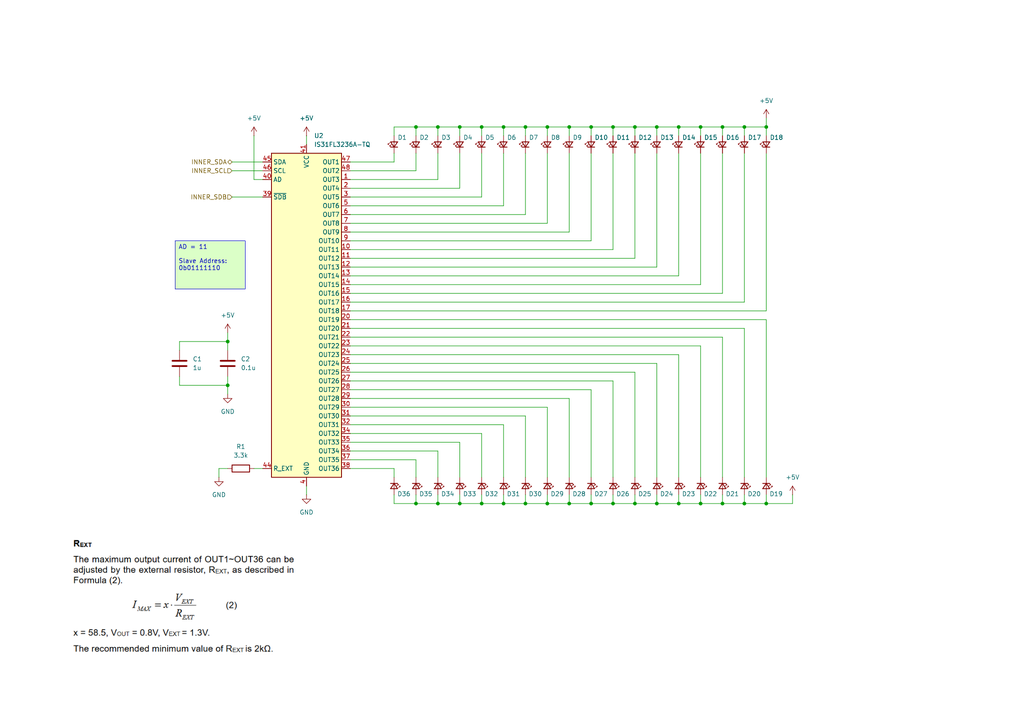
<source format=kicad_sch>
(kicad_sch (version 20231120) (generator "eeschema") (generator_version "8.0")
  (paper "A4")
  (title_block (title "Inner LED Ring") (date "2024-08-30") (rev "Rev001") (company "Aaron & Ryan Shappell") (comment 1 "Clear LEDs"))
  (lib_symbols
    (symbol "Device:C" (pin_numbers hide) (pin_names (offset 0.254))
      (property "Reference" "C" (at 0.635 2.54 0))
      (property "Value" "C" (at 0.635 -2.54 0))
      (symbol "C_0_1"
        (polyline (pts (xy -2.032 -0.762) (xy 2.032 -0.762)) (stroke (width 0.508)))
        (polyline (pts (xy -2.032 0.762) (xy 2.032 0.762)) (stroke (width 0.508)))
      )
      (symbol "C_1_1"
        (pin passive line (at 0 3.81 270) (length 2.794) (name "~") (number "1"))
        (pin passive line (at 0 -3.81 90) (length 2.794) (name "~") (number "2"))
      )
    )
    (symbol "Device:LED_Small" (pin_numbers hide) (pin_names (offset 0.254) hide)
      (property "Reference" "D" (at -1.27 3.175 0))
      (property "Value" "LED_Small" (at -4.445 -2.54 0))
      (symbol "LED_Small_0_1"
        (polyline (pts (xy -0.762 -1.016) (xy -0.762 1.016)) (stroke (width 0.254)))
        (polyline (pts (xy 1.016 0) (xy -0.762 0)))
        (polyline (pts (xy 0.762 -1.016) (xy -0.762 0) (xy 0.762 1.016) (xy 0.762 -1.016)) (stroke (width 0.254)))
        (polyline (pts (xy 0 0.762) (xy -0.508 1.27) (xy -0.254 1.27) (xy -0.508 1.27) (xy -0.508 1.016)))
        (polyline (pts (xy 0.508 1.27) (xy 0 1.778) (xy 0.254 1.778) (xy 0 1.778) (xy 0 1.524)))
      )
      (symbol "LED_Small_1_1"
        (pin passive line (at -2.54 0 0) (length 1.778) (name "K") (number "1"))
        (pin passive line (at 2.54 0 180) (length 1.778) (name "A") (number "2"))
      )
    )
    (symbol "Device:R" (pin_numbers hide) (pin_names (offset 0))
      (property "Reference" "R" (at 2.032 0 90))
      (property "Value" "R" (at 0 0 90))
      (symbol "R_0_1"
        (rectangle (start -1.016 -2.54) (end 1.016 2.54) (stroke (width 0.254)))
      )
      (symbol "R_1_1"
        (pin passive line (at 0 3.81 270) (length 1.27) (name "~") (number "1"))
        (pin passive line (at 0 -3.81 90) (length 1.27) (name "~") (number "2"))
      )
    )
    (symbol "Driver_LED:IS31FL3236A-TQ"
      (property "Reference" "U" (at -8.89 46.99 0))
      (property "Value" "IS31FL3236A-TQ" (at 10.16 46.99 0))
      (symbol "IS31FL3236A-TQ_0_1"
        (rectangle (start -10.16 45.72) (end 10.16 -48.26) (stroke (width 0.254)) (fill (type background)))
      )
      (symbol "IS31FL3236A-TQ_1_1"
        (pin output line (at 12.7 38.1 180) (length 2.54) (name "OUT3") (number "1"))
        (pin output line (at 12.7 17.78 180) (length 2.54) (name "OUT11") (number "10"))
        (pin output line (at 12.7 15.24 180) (length 2.54) (name "OUT12") (number "11"))
        (pin output line (at 12.7 12.7 180) (length 2.54) (name "OUT13") (number "12"))
        (pin output line (at 12.7 10.16 180) (length 2.54) (name "OUT14") (number "13"))
        (pin output line (at 12.7 7.62 180) (length 2.54) (name "OUT15") (number "14"))
        (pin output line (at 12.7 5.08 180) (length 2.54) (name "OUT16") (number "15"))
        (pin output line (at 12.7 2.54 180) (length 2.54) (name "OUT17") (number "16"))
        (pin output line (at 12.7 0 180) (length 2.54) (name "OUT18") (number "17"))
        (pin passive line (at 0 -50.8 90) (length 2.54) hide (name "GND") (number "18"))
        (pin passive line (at 0 -50.8 90) (length 2.54) hide (name "GND") (number "19"))
        (pin output line (at 12.7 35.56 180) (length 2.54) (name "OUT4") (number "2"))
        (pin output line (at 12.7 -2.54 180) (length 2.54) (name "OUT19") (number "20"))
        (pin output line (at 12.7 -5.08 180) (length 2.54) (name "OUT20") (number "21"))
        (pin output line (at 12.7 -7.62 180) (length 2.54) (name "OUT21") (number "22"))
        (pin output line (at 12.7 -10.16 180) (length 2.54) (name "OUT22") (number "23"))
        (pin output line (at 12.7 -12.7 180) (length 2.54) (name "OUT23") (number "24"))
        (pin output line (at 12.7 -15.24 180) (length 2.54) (name "OUT24") (number "25"))
        (pin output line (at 12.7 -17.78 180) (length 2.54) (name "OUT25") (number "26"))
        (pin output line (at 12.7 -20.32 180) (length 2.54) (name "OUT26") (number "27"))
        (pin output line (at 12.7 -22.86 180) (length 2.54) (name "OUT27") (number "28"))
        (pin output line (at 12.7 -25.4 180) (length 2.54) (name "OUT28") (number "29"))
        (pin output line (at 12.7 33.02 180) (length 2.54) (name "OUT5") (number "3"))
        (pin output line (at 12.7 -27.94 180) (length 2.54) (name "OUT29") (number "30"))
        (pin output line (at 12.7 -30.48 180) (length 2.54) (name "OUT30") (number "31"))
        (pin output line (at 12.7 -33.02 180) (length 2.54) (name "OUT31") (number "32"))
        (pin passive line (at 0 -50.8 90) (length 2.54) hide (name "GND") (number "33"))
        (pin output line (at 12.7 -35.56 180) (length 2.54) (name "OUT32") (number "34"))
        (pin output line (at 12.7 -38.1 180) (length 2.54) (name "OUT33") (number "35"))
        (pin output line (at 12.7 -40.64 180) (length 2.54) (name "OUT34") (number "36"))
        (pin output line (at 12.7 -43.18 180) (length 2.54) (name "OUT35") (number "37"))
        (pin output line (at 12.7 -45.72 180) (length 2.54) (name "OUT36") (number "38"))
        (pin input line (at -12.7 33.02 0) (length 2.54) (name "~{SDB}") (number "39"))
        (pin power_in line (at 0 -50.8 90) (length 2.54) (name "GND") (number "4"))
        (pin input line (at -12.7 38.1 0) (length 2.54) (name "AD") (number "40"))
        (pin power_in line (at 0 48.26 270) (length 2.54) (name "VCC") (number "41"))
        (pin passive line (at 0 -50.8 90) (length 2.54) hide (name "GND") (number "42"))
        (pin passive line (at 0 -50.8 90) (length 2.54) hide (name "GND") (number "43"))
        (pin passive line (at -12.7 -45.72 0) (length 2.54) (name "R_EXT") (number "44"))
        (pin open_collector line (at -12.7 43.18 0) (length 2.54) (name "SDA") (number "45"))
        (pin input line (at -12.7 40.64 0) (length 2.54) (name "SCL") (number "46"))
        (pin output line (at 12.7 43.18 180) (length 2.54) (name "OUT1") (number "47"))
        (pin output line (at 12.7 40.64 180) (length 2.54) (name "OUT2") (number "48"))
        (pin passive line (at 0 -50.8 90) (length 2.54) hide (name "GND") (number "49"))
        (pin output line (at 12.7 30.48 180) (length 2.54) (name "OUT6") (number "5"))
        (pin output line (at 12.7 27.94 180) (length 2.54) (name "OUT7") (number "6"))
        (pin output line (at 12.7 25.4 180) (length 2.54) (name "OUT8") (number "7"))
        (pin output line (at 12.7 22.86 180) (length 2.54) (name "OUT9") (number "8"))
        (pin output line (at 12.7 20.32 180) (length 2.54) (name "OUT10") (number "9"))
      )
    )
    (symbol "power:+5V" (power) (pin_numbers hide) (pin_names (offset 0) hide)
      (property "Value" "+5V" (at 0 3.556 0))
      (symbol "+5V_0_1"
        (polyline (pts (xy -0.762 1.27) (xy 0 2.54)))
        (polyline (pts (xy 0 0) (xy 0 2.54)))
        (polyline (pts (xy 0 2.54) (xy 0.762 1.27)))
      )
      (symbol "+5V_1_1"
        (pin power_in line (at 0 0 90) (length 0) (name "~") (number "1"))
      )
    )
    (symbol "power:GND" (power) (pin_numbers hide) (pin_names (offset 0) hide)
      (property "Value" "GND" (at 0 -3.81 0))
      (symbol "GND_0_1"
        (polyline (pts (xy 0 0) (xy 0 -1.27) (xy 1.27 -1.27) (xy 0 -2.54) (xy -1.27 -1.27) (xy 0 -1.27)))
      )
      (symbol "GND_1_1"
        (pin power_in line (at 0 0 270) (length 0) (name "~") (number "1"))
      )
    )
  )
  (junction (at 196.85 36.83))
  (junction (at 165.1 146.05))
  (junction (at 190.5 146.05))
  (junction (at 120.65 146.05))
  (junction (at 184.15 36.83))
  (junction (at 127 36.83))
  (junction (at 209.55 146.05))
  (junction (at 146.05 146.05))
  (junction (at 139.7 146.05))
  (junction (at 171.45 146.05))
  (junction (at 158.75 36.83))
  (junction (at 152.4 146.05))
  (junction (at 133.35 36.83))
  (junction (at 152.4 36.83))
  (junction (at 203.2 146.05))
  (junction (at 146.05 36.83))
  (junction (at 165.1 36.83))
  (junction (at 222.25 36.83))
  (junction (at 139.7 36.83))
  (junction (at 133.35 146.05))
  (junction (at 177.8 36.83))
  (junction (at 190.5 36.83))
  (junction (at 66.04 99.06))
  (junction (at 177.8 146.05))
  (junction (at 209.55 36.83))
  (junction (at 66.04 111.76))
  (junction (at 127 146.05))
  (junction (at 158.75 146.05))
  (junction (at 171.45 36.83))
  (junction (at 196.85 146.05))
  (junction (at 203.2 36.83))
  (junction (at 222.25 146.05))
  (junction (at 215.9 36.83))
  (junction (at 215.9 146.05))
  (junction (at 120.65 36.83))
  (junction (at 184.15 146.05))
  (wire (pts (xy 63.5 135.89) (xy 63.5 138.43)))
  (wire (pts (xy 88.9 39.37) (xy 88.9 41.91)))
  (wire (pts (xy 215.9 138.43) (xy 215.9 95.25)))
  (wire (pts (xy 146.05 36.83) (xy 139.7 36.83)))
  (wire (pts (xy 152.4 62.23) (xy 152.4 44.45)))
  (wire (pts (xy 127 36.83) (xy 120.65 36.83)))
  (wire (pts (xy 190.5 44.45) (xy 190.5 77.47)))
  (wire (pts (xy 152.4 120.65) (xy 152.4 138.43)))
  (wire (pts (xy 63.5 135.89) (xy 66.04 135.89)))
  (wire (pts (xy 158.75 146.05) (xy 152.4 146.05)))
  (wire (pts (xy 177.8 36.83) (xy 171.45 36.83)))
  (wire (pts (xy 165.1 146.05) (xy 165.1 143.51)))
  (wire (pts (xy 165.1 36.83) (xy 158.75 36.83)))
  (wire (pts (xy 177.8 146.05) (xy 171.45 146.05)))
  (wire (pts (xy 165.1 115.57) (xy 165.1 138.43)))
  (wire (pts (xy 222.25 36.83) (xy 222.25 39.37)))
  (wire (pts (xy 101.6 130.81) (xy 127 130.81)))
  (wire (pts (xy 133.35 143.51) (xy 133.35 146.05)))
  (wire (pts (xy 114.3 36.83) (xy 114.3 39.37)))
  (wire (pts (xy 52.07 101.6) (xy 52.07 99.06)))
  (wire (pts (xy 203.2 138.43) (xy 203.2 100.33)))
  (wire (pts (xy 177.8 143.51) (xy 177.8 146.05)))
  (wire (pts (xy 139.7 143.51) (xy 139.7 146.05)))
  (wire (pts (xy 165.1 36.83) (xy 165.1 39.37)))
  (wire (pts (xy 133.35 39.37) (xy 133.35 36.83)))
  (wire (pts (xy 101.6 128.27) (xy 133.35 128.27)))
  (wire (pts (xy 101.6 59.69) (xy 146.05 59.69)))
  (wire (pts (xy 171.45 113.03) (xy 171.45 138.43)))
  (wire (pts (xy 101.6 90.17) (xy 222.25 90.17)))
  (wire (pts (xy 196.85 146.05) (xy 190.5 146.05)))
  (wire (pts (xy 139.7 125.73) (xy 139.7 138.43)))
  (wire (pts (xy 101.6 52.07) (xy 127 52.07)))
  (wire (pts (xy 101.6 64.77) (xy 158.75 64.77)))
  (wire (pts (xy 196.85 102.87) (xy 196.85 138.43)))
  (wire (pts (xy 203.2 39.37) (xy 203.2 36.83)))
  (wire (pts (xy 139.7 146.05) (xy 133.35 146.05)))
  (wire (pts (xy 127 146.05) (xy 127 143.51)))
  (wire (pts (xy 133.35 54.61) (xy 133.35 44.45)))
  (wire (pts (xy 158.75 64.77) (xy 158.75 44.45)))
  (wire (pts (xy 203.2 36.83) (xy 196.85 36.83)))
  (wire (pts (xy 127 52.07) (xy 127 44.45)))
  (wire (pts (xy 139.7 39.37) (xy 139.7 36.83)))
  (wire (pts (xy 139.7 57.15) (xy 139.7 44.45)))
  (wire (pts (xy 158.75 39.37) (xy 158.75 36.83)))
  (wire (pts (xy 127 36.83) (xy 127 39.37)))
  (wire (pts (xy 203.2 100.33) (xy 101.6 100.33)))
  (wire (pts (xy 101.6 133.35) (xy 120.65 133.35)))
  (wire (pts (xy 101.6 120.65) (xy 152.4 120.65)))
  (wire (pts (xy 146.05 143.51) (xy 146.05 146.05)))
  (wire (pts (xy 66.04 111.76) (xy 66.04 114.3)))
  (wire (pts (xy 146.05 59.69) (xy 146.05 44.45)))
  (wire (pts (xy 190.5 146.05) (xy 184.15 146.05)))
  (wire (pts (xy 171.45 143.51) (xy 171.45 146.05)))
  (wire (pts (xy 165.1 67.31) (xy 165.1 44.45)))
  (wire (pts (xy 209.55 143.51) (xy 209.55 146.05)))
  (wire (pts (xy 171.45 146.05) (xy 165.1 146.05)))
  (wire (pts (xy 101.6 123.19) (xy 146.05 123.19)))
  (wire (pts (xy 229.87 143.51) (xy 229.87 146.05)))
  (wire (pts (xy 101.6 74.93) (xy 184.15 74.93)))
  (wire (pts (xy 127 130.81) (xy 127 138.43)))
  (wire (pts (xy 67.31 46.99) (xy 76.2 46.99)))
  (wire (pts (xy 215.9 87.63) (xy 101.6 87.63)))
  (wire (pts (xy 209.55 138.43) (xy 209.55 97.79)))
  (wire (pts (xy 127 146.05) (xy 120.65 146.05)))
  (wire (pts (xy 184.15 107.95) (xy 184.15 138.43)))
  (wire (pts (xy 133.35 128.27) (xy 133.35 138.43)))
  (wire (pts (xy 114.3 146.05) (xy 114.3 143.51)))
  (wire (pts (xy 203.2 82.55) (xy 101.6 82.55)))
  (wire (pts (xy 177.8 138.43) (xy 177.8 110.49)))
  (wire (pts (xy 146.05 39.37) (xy 146.05 36.83)))
  (wire (pts (xy 190.5 77.47) (xy 101.6 77.47)))
  (wire (pts (xy 146.05 123.19) (xy 146.05 138.43)))
  (wire (pts (xy 101.6 118.11) (xy 158.75 118.11)))
  (wire (pts (xy 171.45 39.37) (xy 171.45 36.83)))
  (wire (pts (xy 229.87 146.05) (xy 222.25 146.05)))
  (wire (pts (xy 158.75 143.51) (xy 158.75 146.05)))
  (wire (pts (xy 222.25 146.05) (xy 222.25 143.51)))
  (wire (pts (xy 146.05 146.05) (xy 139.7 146.05)))
  (wire (pts (xy 190.5 39.37) (xy 190.5 36.83)))
  (wire (pts (xy 203.2 143.51) (xy 203.2 146.05)))
  (wire (pts (xy 120.65 143.51) (xy 120.65 146.05)))
  (wire (pts (xy 196.85 36.83) (xy 190.5 36.83)))
  (wire (pts (xy 222.25 36.83) (xy 215.9 36.83)))
  (wire (pts (xy 190.5 143.51) (xy 190.5 146.05)))
  (wire (pts (xy 215.9 36.83) (xy 209.55 36.83)))
  (wire (pts (xy 101.6 85.09) (xy 209.55 85.09)))
  (wire (pts (xy 222.25 146.05) (xy 215.9 146.05)))
  (wire (pts (xy 184.15 146.05) (xy 177.8 146.05)))
  (wire (pts (xy 215.9 146.05) (xy 209.55 146.05)))
  (wire (pts (xy 114.3 135.89) (xy 101.6 135.89)))
  (wire (pts (xy 101.6 107.95) (xy 184.15 107.95)))
  (wire (pts (xy 215.9 44.45) (xy 215.9 87.63)))
  (wire (pts (xy 209.55 146.05) (xy 203.2 146.05)))
  (wire (pts (xy 67.31 57.15) (xy 76.2 57.15)))
  (wire (pts (xy 215.9 143.51) (xy 215.9 146.05)))
  (wire (pts (xy 101.6 102.87) (xy 196.85 102.87)))
  (wire (pts (xy 66.04 96.52) (xy 66.04 99.06)))
  (wire (pts (xy 52.07 111.76) (xy 52.07 109.22)))
  (wire (pts (xy 101.6 97.79) (xy 209.55 97.79)))
  (wire (pts (xy 114.3 46.99) (xy 101.6 46.99)))
  (wire (pts (xy 52.07 99.06) (xy 66.04 99.06)))
  (wire (pts (xy 209.55 44.45) (xy 209.55 85.09)))
  (wire (pts (xy 165.1 146.05) (xy 158.75 146.05)))
  (wire (pts (xy 76.2 52.07) (xy 73.66 52.07)))
  (wire (pts (xy 158.75 36.83) (xy 152.4 36.83)))
  (wire (pts (xy 120.65 36.83) (xy 114.3 36.83)))
  (wire (pts (xy 101.6 115.57) (xy 165.1 115.57)))
  (wire (pts (xy 66.04 111.76) (xy 52.07 111.76)))
  (wire (pts (xy 209.55 39.37) (xy 209.55 36.83)))
  (wire (pts (xy 101.6 54.61) (xy 133.35 54.61)))
  (wire (pts (xy 101.6 49.53) (xy 120.65 49.53)))
  (wire (pts (xy 152.4 143.51) (xy 152.4 146.05)))
  (wire (pts (xy 101.6 80.01) (xy 196.85 80.01)))
  (wire (pts (xy 215.9 95.25) (xy 101.6 95.25)))
  (wire (pts (xy 203.2 44.45) (xy 203.2 82.55)))
  (wire (pts (xy 222.25 34.29) (xy 222.25 36.83)))
  (wire (pts (xy 120.65 133.35) (xy 120.65 138.43)))
  (wire (pts (xy 171.45 36.83) (xy 165.1 36.83)))
  (wire (pts (xy 158.75 118.11) (xy 158.75 138.43)))
  (wire (pts (xy 196.85 39.37) (xy 196.85 36.83)))
  (wire (pts (xy 114.3 138.43) (xy 114.3 135.89)))
  (wire (pts (xy 222.25 92.71) (xy 222.25 138.43)))
  (wire (pts (xy 101.6 57.15) (xy 139.7 57.15)))
  (wire (pts (xy 184.15 74.93) (xy 184.15 44.45)))
  (wire (pts (xy 101.6 72.39) (xy 177.8 72.39)))
  (wire (pts (xy 196.85 80.01) (xy 196.85 44.45)))
  (wire (pts (xy 120.65 39.37) (xy 120.65 36.83)))
  (wire (pts (xy 190.5 105.41) (xy 101.6 105.41)))
  (wire (pts (xy 184.15 39.37) (xy 184.15 36.83)))
  (wire (pts (xy 101.6 125.73) (xy 139.7 125.73)))
  (wire (pts (xy 114.3 44.45) (xy 114.3 46.99)))
  (wire (pts (xy 184.15 36.83) (xy 177.8 36.83)))
  (wire (pts (xy 139.7 36.83) (xy 133.35 36.83)))
  (wire (pts (xy 177.8 44.45) (xy 177.8 72.39)))
  (wire (pts (xy 215.9 39.37) (xy 215.9 36.83)))
  (wire (pts (xy 101.6 67.31) (xy 165.1 67.31)))
  (wire (pts (xy 190.5 36.83) (xy 184.15 36.83)))
  (wire (pts (xy 73.66 52.07) (xy 73.66 39.37)))
  (wire (pts (xy 184.15 143.51) (xy 184.15 146.05)))
  (wire (pts (xy 171.45 69.85) (xy 171.45 44.45)))
  (wire (pts (xy 88.9 140.97) (xy 88.9 143.51)))
  (wire (pts (xy 101.6 110.49) (xy 177.8 110.49)))
  (wire (pts (xy 152.4 36.83) (xy 146.05 36.83)))
  (wire (pts (xy 66.04 109.22) (xy 66.04 111.76)))
  (wire (pts (xy 133.35 146.05) (xy 127 146.05)))
  (wire (pts (xy 196.85 143.51) (xy 196.85 146.05)))
  (wire (pts (xy 66.04 99.06) (xy 66.04 101.6)))
  (wire (pts (xy 152.4 146.05) (xy 146.05 146.05)))
  (wire (pts (xy 203.2 146.05) (xy 196.85 146.05)))
  (wire (pts (xy 120.65 49.53) (xy 120.65 44.45)))
  (wire (pts (xy 73.66 135.89) (xy 76.2 135.89)))
  (wire (pts (xy 67.31 49.53) (xy 76.2 49.53)))
  (wire (pts (xy 120.65 146.05) (xy 114.3 146.05)))
  (wire (pts (xy 222.25 90.17) (xy 222.25 44.45)))
  (wire (pts (xy 101.6 62.23) (xy 152.4 62.23)))
  (wire (pts (xy 209.55 36.83) (xy 203.2 36.83)))
  (wire (pts (xy 190.5 138.43) (xy 190.5 105.41)))
  (wire (pts (xy 101.6 92.71) (xy 222.25 92.71)))
  (wire (pts (xy 177.8 39.37) (xy 177.8 36.83)))
  (wire (pts (xy 152.4 39.37) (xy 152.4 36.83)))
  (wire (pts (xy 133.35 36.83) (xy 127 36.83)))
  (wire (pts (xy 101.6 69.85) (xy 171.45 69.85)))
  (wire (pts (xy 101.6 113.03) (xy 171.45 113.03)))
  (image (at 53.34 172.72) (scale 0.456946))
  (text_box "AD = 11\n\nSlave Address: 0b01111110" (at 50.8 69.85 0) (size 20.32 13.97) (fill (type color) (color 219 255 199 1)) (effects (font (size 1.27 1.27)) (justify left top)))
  (hierarchical_label "INNER_SDB" (shape input) (at 67.31 57.15 180))
  (hierarchical_label "INNER_SDA" (shape bidirectional) (at 67.31 46.99 180))
  (hierarchical_label "INNER_SCL" (shape input) (at 67.31 49.53 180))
  (symbol (lib_id "Device:LED_Small") (at 146.05 41.91 90) (unit 1)
    (property "Reference" "D6" (at 147.066 39.878 90) (effects (justify right)))
    (property "Value" "LED_Small" (effects (hide yes)))
    (property "Description" "Light emitting diode, small symbol" (effects (hide yes)))
  )
  (symbol (lib_id "power:+5V") (at 73.66 39.37 0) (unit 1)
    (property "Reference" "#PWR05" (effects (hide yes)))
    (property "Value" "+5V" (at 73.66 34.29 0))
    (property "Description" "Power symbol creates a global label with name \"+5V\"" (effects (hide yes)))
  )
  (symbol (lib_id "Device:LED_Small") (at 120.65 140.97 270) (unit 1)
    (property "Reference" "D35" (at 125.476 143.256 90) (effects (justify right)))
    (property "Value" "LED_Small" (effects (hide yes)))
    (property "Description" "Light emitting diode, small symbol" (effects (hide yes)))
  )
  (symbol (lib_id "Device:LED_Small") (at 196.85 140.97 270) (unit 1)
    (property "Reference" "D23" (at 201.676 143.256 90) (effects (justify right)))
    (property "Value" "LED_Small" (effects (hide yes)))
    (property "Description" "Light emitting diode, small symbol" (effects (hide yes)))
  )
  (symbol (lib_id "Device:LED_Small") (at 190.5 140.97 270) (unit 1)
    (property "Reference" "D24" (at 195.326 143.256 90) (effects (justify right)))
    (property "Value" "LED_Small" (effects (hide yes)))
    (property "Description" "Light emitting diode, small symbol" (effects (hide yes)))
  )
  (symbol (lib_id "Device:LED_Small") (at 222.25 140.97 270) (unit 1)
    (property "Reference" "D19" (at 227.076 143.256 90) (effects (justify right)))
    (property "Value" "LED_Small" (effects (hide yes)))
    (property "Description" "Light emitting diode, small symbol" (effects (hide yes)))
  )
  (symbol (lib_id "power:+5V") (at 229.87 143.51 0) (unit 1)
    (property "Reference" "#PWR09" (effects (hide yes)))
    (property "Value" "+5V" (at 229.87 138.43 0))
    (property "Description" "Power symbol creates a global label with name \"+5V\"" (effects (hide yes)))
  )
  (symbol (lib_id "Device:C") (at 66.04 105.41 0) (unit 1)
    (property "Reference" "C2" (at 69.85 104.1399 0) (effects (justify left)))
    (property "Value" "0.1u" (at 69.85 106.6799 0) (effects (justify left)))
    (property "Description" "Unpolarized capacitor" (effects (hide yes)))
  )
  (symbol (lib_id "Device:LED_Small") (at 209.55 41.91 90) (unit 1)
    (property "Reference" "D16" (at 210.566 39.878 90) (effects (justify right)))
    (property "Value" "LED_Small" (effects (hide yes)))
    (property "Description" "Light emitting diode, small symbol" (effects (hide yes)))
  )
  (symbol (lib_id "Device:LED_Small") (at 209.55 140.97 270) (unit 1)
    (property "Reference" "D21" (at 214.376 143.256 90) (effects (justify right)))
    (property "Value" "LED_Small" (effects (hide yes)))
    (property "Description" "Light emitting diode, small symbol" (effects (hide yes)))
  )
  (symbol (lib_id "Device:LED_Small") (at 146.05 140.97 270) (unit 1)
    (property "Reference" "D31" (at 150.876 143.256 90) (effects (justify right)))
    (property "Value" "LED_Small" (effects (hide yes)))
    (property "Description" "Light emitting diode, small symbol" (effects (hide yes)))
  )
  (symbol (lib_id "Device:LED_Small") (at 165.1 140.97 270) (unit 1)
    (property "Reference" "D28" (at 169.926 143.256 90) (effects (justify right)))
    (property "Value" "LED_Small" (effects (hide yes)))
    (property "Description" "Light emitting diode, small symbol" (effects (hide yes)))
  )
  (symbol (lib_id "Device:LED_Small") (at 203.2 41.91 90) (unit 1)
    (property "Reference" "D15" (at 204.216 39.878 90) (effects (justify right)))
    (property "Value" "LED_Small" (effects (hide yes)))
    (property "Description" "Light emitting diode, small symbol" (effects (hide yes)))
  )
  (symbol (lib_id "Device:LED_Small") (at 114.3 41.91 90) (unit 1)
    (property "Reference" "D1" (at 115.316 39.878 90) (effects (justify right)))
    (property "Value" "LED_Small" (effects (hide yes)))
    (property "Description" "Light emitting diode, small symbol" (effects (hide yes)))
  )
  (symbol (lib_id "Device:LED_Small") (at 133.35 140.97 270) (unit 1)
    (property "Reference" "D33" (at 138.176 143.256 90) (effects (justify right)))
    (property "Value" "LED_Small" (effects (hide yes)))
    (property "Description" "Light emitting diode, small symbol" (effects (hide yes)))
  )
  (symbol (lib_id "Device:LED_Small") (at 184.15 41.91 90) (unit 1)
    (property "Reference" "D12" (at 185.166 39.878 90) (effects (justify right)))
    (property "Value" "LED_Small" (effects (hide yes)))
    (property "Description" "Light emitting diode, small symbol" (effects (hide yes)))
  )
  (symbol (lib_id "power:+5V") (at 88.9 39.37 0) (unit 1)
    (property "Reference" "#PWR03" (effects (hide yes)))
    (property "Value" "+5V" (at 88.9 34.29 0))
    (property "Description" "Power symbol creates a global label with name \"+5V\"" (effects (hide yes)))
  )
  (symbol (lib_id "Device:LED_Small") (at 114.3 140.97 270) (unit 1)
    (property "Reference" "D36" (at 119.126 143.256 90) (effects (justify right)))
    (property "Value" "LED_Small" (effects (hide yes)))
    (property "Description" "Light emitting diode, small symbol" (effects (hide yes)))
  )
  (symbol (lib_id "Device:LED_Small") (at 165.1 41.91 90) (unit 1)
    (property "Reference" "D9" (at 166.116 39.878 90) (effects (justify right)))
    (property "Value" "LED_Small" (effects (hide yes)))
    (property "Description" "Light emitting diode, small symbol" (effects (hide yes)))
  )
  (symbol (lib_id "Device:LED_Small") (at 196.85 41.91 90) (unit 1)
    (property "Reference" "D14" (at 197.866 39.878 90) (effects (justify right)))
    (property "Value" "LED_Small" (effects (hide yes)))
    (property "Description" "Light emitting diode, small symbol" (effects (hide yes)))
  )
  (symbol (lib_id "Device:LED_Small") (at 184.15 140.97 270) (unit 1)
    (property "Reference" "D25" (at 188.976 143.256 90) (effects (justify right)))
    (property "Value" "LED_Small" (effects (hide yes)))
    (property "Description" "Light emitting diode, small symbol" (effects (hide yes)))
  )
  (symbol (lib_id "power:GND") (at 88.9 143.51 0) (unit 1)
    (property "Reference" "#PWR02" (effects (hide yes)))
    (property "Value" "GND" (at 88.9 148.59 0))
    (property "Description" "Power symbol creates a global label with name \"GND\" , ground" (effects (hide yes)))
  )
  (symbol (lib_id "Device:LED_Small") (at 158.75 140.97 270) (unit 1)
    (property "Reference" "D29" (at 163.576 143.256 90) (effects (justify right)))
    (property "Value" "LED_Small" (effects (hide yes)))
    (property "Description" "Light emitting diode, small symbol" (effects (hide yes)))
  )
  (symbol (lib_id "Device:LED_Small") (at 152.4 140.97 270) (unit 1)
    (property "Reference" "D30" (at 157.226 143.256 90) (effects (justify right)))
    (property "Value" "LED_Small" (effects (hide yes)))
    (property "Description" "Light emitting diode, small symbol" (effects (hide yes)))
  )
  (symbol (lib_id "power:+5V") (at 66.04 96.52 0) (unit 1)
    (property "Reference" "#PWR013" (effects (hide yes)))
    (property "Value" "+5V" (at 66.04 91.44 0))
    (property "Description" "Power symbol creates a global label with name \"+5V\"" (effects (hide yes)))
  )
  (symbol (lib_id "Device:R") (at 69.85 135.89 90) (unit 1)
    (property "Reference" "R1" (at 69.85 129.54 90))
    (property "Value" "3.3k" (at 69.85 132.08 90))
    (property "Description" "Resistor" (effects (hide yes)))
  )
  (symbol (lib_id "Device:C") (at 52.07 105.41 0) (unit 1)
    (property "Reference" "C1" (at 55.88 104.1399 0) (effects (justify left)))
    (property "Value" "1u" (at 55.88 106.6799 0) (effects (justify left)))
    (property "Description" "Unpolarized capacitor" (effects (hide yes)))
  )
  (symbol (lib_id "Device:LED_Small") (at 152.4 41.91 90) (unit 1)
    (property "Reference" "D7" (at 153.416 39.878 90) (effects (justify right)))
    (property "Value" "LED_Small" (effects (hide yes)))
    (property "Description" "Light emitting diode, small symbol" (effects (hide yes)))
  )
  (symbol (lib_id "Device:LED_Small") (at 120.65 41.91 90) (unit 1)
    (property "Reference" "D2" (at 121.666 39.878 90) (effects (justify right)))
    (property "Value" "LED_Small" (effects (hide yes)))
    (property "Description" "Light emitting diode, small symbol" (effects (hide yes)))
  )
  (symbol (lib_id "Device:LED_Small") (at 171.45 140.97 270) (unit 1)
    (property "Reference" "D27" (at 176.276 143.256 90) (effects (justify right)))
    (property "Value" "LED_Small" (effects (hide yes)))
    (property "Description" "Light emitting diode, small symbol" (effects (hide yes)))
  )
  (symbol (lib_id "Device:LED_Small") (at 139.7 41.91 90) (unit 1)
    (property "Reference" "D5" (at 140.716 39.878 90) (effects (justify right)))
    (property "Value" "LED_Small" (effects (hide yes)))
    (property "Description" "Light emitting diode, small symbol" (effects (hide yes)))
  )
  (symbol (lib_id "Device:LED_Small") (at 139.7 140.97 270) (unit 1)
    (property "Reference" "D32" (at 144.526 143.256 90) (effects (justify right)))
    (property "Value" "LED_Small" (effects (hide yes)))
    (property "Description" "Light emitting diode, small symbol" (effects (hide yes)))
  )
  (symbol (lib_id "Device:LED_Small") (at 177.8 140.97 270) (unit 1)
    (property "Reference" "D26" (at 182.626 143.256 90) (effects (justify right)))
    (property "Value" "LED_Small" (effects (hide yes)))
    (property "Description" "Light emitting diode, small symbol" (effects (hide yes)))
  )
  (symbol (lib_id "Device:LED_Small") (at 215.9 140.97 270) (unit 1)
    (property "Reference" "D20" (at 220.726 143.256 90) (effects (justify right)))
    (property "Value" "LED_Small" (effects (hide yes)))
    (property "Description" "Light emitting diode, small symbol" (effects (hide yes)))
  )
  (symbol (lib_id "Device:LED_Small") (at 203.2 140.97 270) (unit 1)
    (property "Reference" "D22" (at 208.026 143.256 90) (effects (justify right)))
    (property "Value" "LED_Small" (effects (hide yes)))
    (property "Description" "Light emitting diode, small symbol" (effects (hide yes)))
  )
  (symbol (lib_id "Device:LED_Small") (at 158.75 41.91 90) (unit 1)
    (property "Reference" "D8" (at 159.766 39.878 90) (effects (justify right)))
    (property "Value" "LED_Small" (effects (hide yes)))
    (property "Description" "Light emitting diode, small symbol" (effects (hide yes)))
  )
  (symbol (lib_id "Device:LED_Small") (at 215.9 41.91 90) (unit 1)
    (property "Reference" "D17" (at 216.916 39.878 90) (effects (justify right)))
    (property "Value" "LED_Small" (effects (hide yes)))
    (property "Description" "Light emitting diode, small symbol" (effects (hide yes)))
  )
  (symbol (lib_id "power:GND") (at 66.04 114.3 0) (unit 1)
    (property "Reference" "#PWR014" (effects (hide yes)))
    (property "Value" "GND" (at 66.04 119.38 0))
    (property "Description" "Power symbol creates a global label with name \"GND\" , ground" (effects (hide yes)))
  )
  (symbol (lib_id "Device:LED_Small") (at 171.45 41.91 90) (unit 1)
    (property "Reference" "D10" (at 172.466 39.878 90) (effects (justify right)))
    (property "Value" "LED_Small" (effects (hide yes)))
    (property "Description" "Light emitting diode, small symbol" (effects (hide yes)))
  )
  (symbol (lib_id "Driver_LED:IS31FL3236A-TQ") (at 88.9 90.17 0) (unit 1)
    (property "Reference" "U2" (at 91.0941 39.37 0) (effects (justify left)))
    (property "Value" "IS31FL3236A-TQ" (at 91.0941 41.91 0) (effects (justify left)))
    (property "Footprint" "Package_QFP:TQFP-48-1EP_7x7mm_P0.5mm_EP4.11x4.11mm" (effects (hide yes)))
    (property "Datasheet" "https://www.lumissil.com/assets/pdf/core/IS31FL3236A_DS.pdf" (effects (hide yes)))
    (property "Description" "36 LED matrix driver with 8-bit PWM, 3kHz/22kHz, eTQFP-48" (effects (hide yes)))
  )
  (symbol (lib_id "power:+5V") (at 222.25 34.29 0) (unit 1)
    (property "Reference" "#PWR08" (effects (hide yes)))
    (property "Value" "+5V" (at 222.25 29.21 0))
    (property "Description" "Power symbol creates a global label with name \"+5V\"" (effects (hide yes)))
  )
  (symbol (lib_id "Device:LED_Small") (at 133.35 41.91 90) (unit 1)
    (property "Reference" "D4" (at 134.366 39.878 90) (effects (justify right)))
    (property "Value" "LED_Small" (effects (hide yes)))
    (property "Description" "Light emitting diode, small symbol" (effects (hide yes)))
  )
  (symbol (lib_id "Device:LED_Small") (at 190.5 41.91 90) (unit 1)
    (property "Reference" "D13" (at 191.516 39.878 90) (effects (justify right)))
    (property "Value" "LED_Small" (effects (hide yes)))
    (property "Description" "Light emitting diode, small symbol" (effects (hide yes)))
  )
  (symbol (lib_id "Device:LED_Small") (at 222.25 41.91 90) (unit 1)
    (property "Reference" "D18" (at 223.266 39.878 90) (effects (justify right)))
    (property "Value" "LED_Small" (effects (hide yes)))
    (property "Description" "Light emitting diode, small symbol" (effects (hide yes)))
  )
  (symbol (lib_id "Device:LED_Small") (at 177.8 41.91 90) (unit 1)
    (property "Reference" "D11" (at 178.816 39.878 90) (effects (justify right)))
    (property "Value" "LED_Small" (effects (hide yes)))
    (property "Description" "Light emitting diode, small symbol" (effects (hide yes)))
  )
  (symbol (lib_id "Device:LED_Small") (at 127 140.97 270) (unit 1)
    (property "Reference" "D34" (at 131.826 143.256 90) (effects (justify right)))
    (property "Value" "LED_Small" (effects (hide yes)))
    (property "Description" "Light emitting diode, small symbol" (effects (hide yes)))
  )
  (symbol (lib_id "Device:LED_Small") (at 127 41.91 90) (unit 1)
    (property "Reference" "D3" (at 128.016 39.878 90) (effects (justify right)))
    (property "Value" "LED_Small" (effects (hide yes)))
    (property "Description" "Light emitting diode, small symbol" (effects (hide yes)))
  )
  (symbol (lib_id "power:GND") (at 63.5 138.43 0) (unit 1)
    (property "Reference" "#PWR01" (effects (hide yes)))
    (property "Value" "GND" (at 63.5 143.51 0))
    (property "Description" "Power symbol creates a global label with name \"GND\" , ground" (effects (hide yes)))
  )
)
</source>
